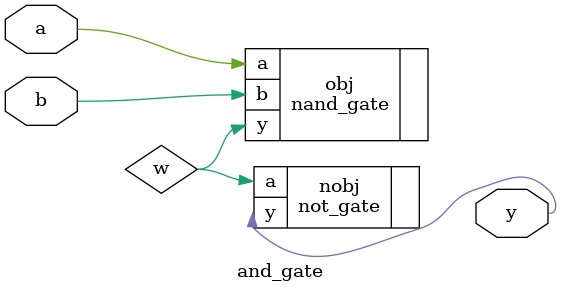
<source format=v>
`include "nand.v"
`include "not.v"

module and_gate(input a, input b, output y);
wire w;

nand_gate obj(.a(a),.b(b),.y(w));
not_gate nobj(.a(w),.y(y));

endmodule

</source>
